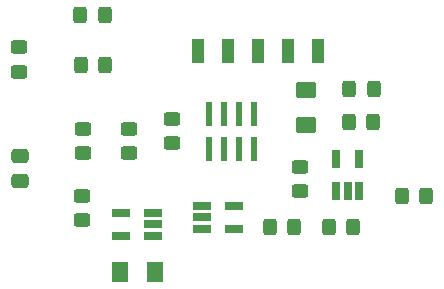
<source format=gbp>
G04 #@! TF.GenerationSoftware,KiCad,Pcbnew,6.0.0*
G04 #@! TF.CreationDate,2022-02-03T15:12:05-05:00*
G04 #@! TF.ProjectId,sensors,73656e73-6f72-4732-9e6b-696361645f70,rev?*
G04 #@! TF.SameCoordinates,Original*
G04 #@! TF.FileFunction,Paste,Bot*
G04 #@! TF.FilePolarity,Positive*
%FSLAX46Y46*%
G04 Gerber Fmt 4.6, Leading zero omitted, Abs format (unit mm)*
G04 Created by KiCad (PCBNEW 6.0.0) date 2022-02-03 15:12:05*
%MOMM*%
%LPD*%
G01*
G04 APERTURE LIST*
G04 Aperture macros list*
%AMRoundRect*
0 Rectangle with rounded corners*
0 $1 Rounding radius*
0 $2 $3 $4 $5 $6 $7 $8 $9 X,Y pos of 4 corners*
0 Add a 4 corners polygon primitive as box body*
4,1,4,$2,$3,$4,$5,$6,$7,$8,$9,$2,$3,0*
0 Add four circle primitives for the rounded corners*
1,1,$1+$1,$2,$3*
1,1,$1+$1,$4,$5*
1,1,$1+$1,$6,$7*
1,1,$1+$1,$8,$9*
0 Add four rect primitives between the rounded corners*
20,1,$1+$1,$2,$3,$4,$5,0*
20,1,$1+$1,$4,$5,$6,$7,0*
20,1,$1+$1,$6,$7,$8,$9,0*
20,1,$1+$1,$8,$9,$2,$3,0*%
G04 Aperture macros list end*
%ADD10R,0.530000X2.000000*%
%ADD11RoundRect,0.250000X-0.450000X0.325000X-0.450000X-0.325000X0.450000X-0.325000X0.450000X0.325000X0*%
%ADD12RoundRect,0.250000X-0.325000X-0.450000X0.325000X-0.450000X0.325000X0.450000X-0.325000X0.450000X0*%
%ADD13RoundRect,0.250000X0.450000X-0.325000X0.450000X0.325000X-0.450000X0.325000X-0.450000X-0.325000X0*%
%ADD14R,1.560000X0.650000*%
%ADD15RoundRect,0.250001X0.624999X-0.462499X0.624999X0.462499X-0.624999X0.462499X-0.624999X-0.462499X0*%
%ADD16RoundRect,0.250000X0.325000X0.450000X-0.325000X0.450000X-0.325000X-0.450000X0.325000X-0.450000X0*%
%ADD17R,0.650000X1.560000*%
%ADD18RoundRect,0.250001X-0.462499X-0.624999X0.462499X-0.624999X0.462499X0.624999X-0.462499X0.624999X0*%
%ADD19R,1.000000X2.000000*%
%ADD20RoundRect,0.250000X0.475000X-0.337500X0.475000X0.337500X-0.475000X0.337500X-0.475000X-0.337500X0*%
G04 APERTURE END LIST*
D10*
X144810000Y-79550000D03*
X146060000Y-79550000D03*
X147310000Y-79550000D03*
X148560000Y-79550000D03*
X148560000Y-82550000D03*
X147310000Y-82550000D03*
X146060000Y-82550000D03*
X144810000Y-82550000D03*
D11*
X134104380Y-80832800D03*
X134104380Y-82882800D03*
X152450800Y-84005200D03*
X152450800Y-86055200D03*
D12*
X161137600Y-86512400D03*
X163187600Y-86512400D03*
D13*
X141681200Y-82042000D03*
X141681200Y-79992000D03*
D12*
X154922000Y-89154000D03*
X156972000Y-89154000D03*
D13*
X134010400Y-88562400D03*
X134010400Y-86512400D03*
D11*
X128676400Y-73914000D03*
X128676400Y-75964000D03*
D14*
X140034000Y-87950000D03*
X140034000Y-88900000D03*
X140034000Y-89850000D03*
X137334000Y-89850000D03*
X137334000Y-87950000D03*
D12*
X133883400Y-71170800D03*
X135933400Y-71170800D03*
D15*
X153009600Y-80470400D03*
X153009600Y-77495400D03*
D13*
X137990580Y-82832000D03*
X137990580Y-80782000D03*
D12*
X149952600Y-89154000D03*
X152002600Y-89154000D03*
D16*
X135961120Y-75407520D03*
X133911120Y-75407520D03*
D17*
X157464800Y-86084400D03*
X156514800Y-86084400D03*
X155564800Y-86084400D03*
X155564800Y-83384400D03*
X157464800Y-83384400D03*
D14*
X144183840Y-89250000D03*
X144183840Y-88300000D03*
X144183840Y-87350000D03*
X146883840Y-87350000D03*
X146883840Y-89250000D03*
D18*
X137212080Y-92911800D03*
X140187080Y-92911800D03*
D16*
X158699200Y-80264000D03*
X156649200Y-80264000D03*
X158711900Y-77470000D03*
X156661900Y-77470000D03*
D19*
X153974800Y-74251820D03*
X151434800Y-74251820D03*
X148894800Y-74251820D03*
X146354800Y-74251820D03*
X143814800Y-74251820D03*
D20*
X128750000Y-85218750D03*
X128750000Y-83143750D03*
M02*

</source>
